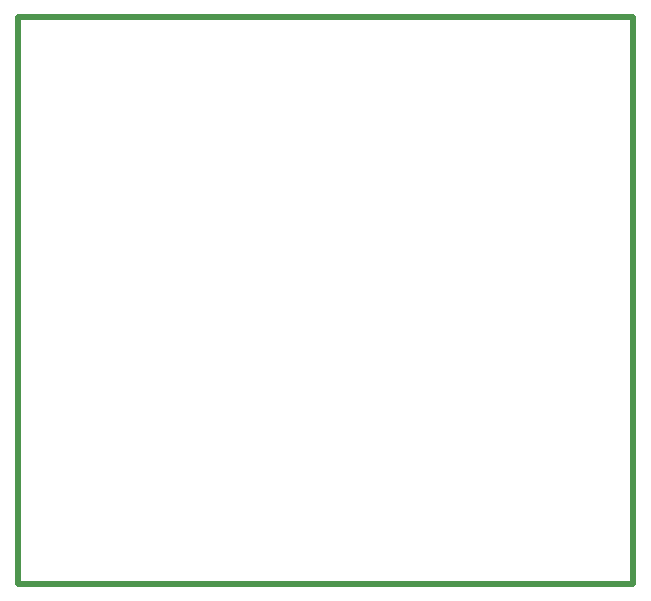
<source format=gko>
%FSLAX24Y24*%
%MOIN*%
G70*
G01*
G75*
G04 Layer_Color=16711935*
%ADD10C,0.0100*%
%ADD11C,0.0394*%
%ADD12C,0.0197*%
%ADD13C,0.0197*%
%ADD14R,0.0157X0.0236*%
%ADD15R,0.0236X0.0157*%
G04:AMPARAMS|DCode=16|XSize=33.5mil|YSize=17.7mil|CornerRadius=4.4mil|HoleSize=0mil|Usage=FLASHONLY|Rotation=270.000|XOffset=0mil|YOffset=0mil|HoleType=Round|Shape=RoundedRectangle|*
%AMROUNDEDRECTD16*
21,1,0.0335,0.0089,0,0,270.0*
21,1,0.0246,0.0177,0,0,270.0*
1,1,0.0089,-0.0044,-0.0123*
1,1,0.0089,-0.0044,0.0123*
1,1,0.0089,0.0044,0.0123*
1,1,0.0089,0.0044,-0.0123*
%
%ADD16ROUNDEDRECTD16*%
G04:AMPARAMS|DCode=17|XSize=63mil|YSize=98.4mil|CornerRadius=15.7mil|HoleSize=0mil|Usage=FLASHONLY|Rotation=270.000|XOffset=0mil|YOffset=0mil|HoleType=Round|Shape=RoundedRectangle|*
%AMROUNDEDRECTD17*
21,1,0.0630,0.0669,0,0,270.0*
21,1,0.0315,0.0984,0,0,270.0*
1,1,0.0315,-0.0335,-0.0157*
1,1,0.0315,-0.0335,0.0157*
1,1,0.0315,0.0335,0.0157*
1,1,0.0315,0.0335,-0.0157*
%
%ADD17ROUNDEDRECTD17*%
%ADD18R,0.0197X0.0315*%
%ADD19R,0.1024X0.0591*%
%ADD20R,0.0217X0.0098*%
%ADD21R,0.0138X0.0394*%
%ADD22R,0.1378X0.0394*%
%ADD23R,0.1339X0.0591*%
%ADD24R,0.0197X0.0354*%
%ADD25R,0.0354X0.0197*%
%ADD26R,0.0157X0.0532*%
%ADD27R,0.0748X0.0630*%
%ADD28R,0.0630X0.0551*%
%ADD29R,0.0354X0.0276*%
%ADD30R,0.0217X0.0394*%
%ADD31R,0.0157X0.0335*%
%ADD32O,0.0177X0.0532*%
%ADD33O,0.0217X0.0866*%
%ADD34R,0.0335X0.0157*%
%ADD35O,0.0276X0.0098*%
%ADD36O,0.0098X0.0276*%
%ADD37R,0.0118X0.0209*%
%ADD38R,0.0118X0.0193*%
%ADD39O,0.0315X0.0079*%
%ADD40O,0.0079X0.0315*%
%ADD41R,0.2598X0.2598*%
%ADD42R,0.2362X0.1890*%
%ADD43O,0.0315X0.0157*%
%ADD44O,0.0079X0.0295*%
%ADD45O,0.0295X0.0079*%
%ADD46R,0.1417X0.1417*%
%ADD47R,0.0217X0.0512*%
%ADD48R,0.0374X0.0335*%
%ADD49R,0.0453X0.0551*%
%ADD50C,0.0200*%
%ADD51C,0.0150*%
%ADD52C,0.0661*%
%ADD53C,0.0591*%
%ADD54C,0.0630*%
%ADD55C,0.1260*%
%ADD56C,0.0591*%
%ADD57C,0.0270*%
%ADD58C,0.0290*%
%ADD59C,0.0300*%
%ADD60C,0.0340*%
%ADD61R,0.0591X0.0236*%
%ADD62R,0.1299X0.1299*%
%ADD63O,0.0098X0.0315*%
%ADD64O,0.0315X0.0098*%
%ADD65R,0.0276X0.0354*%
%ADD66C,0.0098*%
%ADD67C,0.0157*%
%ADD68C,0.0039*%
%ADD69C,0.0050*%
%ADD70C,0.0079*%
%ADD71C,0.0047*%
%ADD72C,0.0060*%
%ADD73C,0.0040*%
%ADD74R,0.0551X0.0433*%
%ADD75R,0.0148X0.0177*%
%ADD76R,0.0217X0.0296*%
%ADD77R,0.0296X0.0217*%
G04:AMPARAMS|DCode=78|XSize=39.5mil|YSize=23.7mil|CornerRadius=7.4mil|HoleSize=0mil|Usage=FLASHONLY|Rotation=270.000|XOffset=0mil|YOffset=0mil|HoleType=Round|Shape=RoundedRectangle|*
%AMROUNDEDRECTD78*
21,1,0.0395,0.0089,0,0,270.0*
21,1,0.0246,0.0237,0,0,270.0*
1,1,0.0149,-0.0044,-0.0123*
1,1,0.0149,-0.0044,0.0123*
1,1,0.0149,0.0044,0.0123*
1,1,0.0149,0.0044,-0.0123*
%
%ADD78ROUNDEDRECTD78*%
G04:AMPARAMS|DCode=79|XSize=69mil|YSize=104.4mil|CornerRadius=18.7mil|HoleSize=0mil|Usage=FLASHONLY|Rotation=270.000|XOffset=0mil|YOffset=0mil|HoleType=Round|Shape=RoundedRectangle|*
%AMROUNDEDRECTD79*
21,1,0.0690,0.0669,0,0,270.0*
21,1,0.0315,0.1044,0,0,270.0*
1,1,0.0375,-0.0335,-0.0157*
1,1,0.0375,-0.0335,0.0157*
1,1,0.0375,0.0335,0.0157*
1,1,0.0375,0.0335,-0.0157*
%
%ADD79ROUNDEDRECTD79*%
%ADD80R,0.0257X0.0375*%
%ADD81R,0.1084X0.0651*%
%ADD82R,0.0277X0.0158*%
%ADD83R,0.0198X0.0454*%
%ADD84R,0.1438X0.0454*%
%ADD85R,0.1399X0.0651*%
%ADD86R,0.0257X0.0414*%
%ADD87R,0.0414X0.0257*%
%ADD88R,0.0236X0.0610*%
%ADD89R,0.0827X0.0709*%
%ADD90R,0.0709X0.0630*%
%ADD91R,0.0414X0.0336*%
%ADD92R,0.0277X0.0454*%
%ADD93R,0.0217X0.0395*%
%ADD94O,0.0237X0.0592*%
%ADD95O,0.0277X0.0926*%
%ADD96R,0.0395X0.0217*%
%ADD97O,0.0336X0.0158*%
%ADD98O,0.0158X0.0336*%
%ADD99R,0.0178X0.0269*%
%ADD100R,0.0178X0.0253*%
%ADD101O,0.0375X0.0139*%
%ADD102O,0.0139X0.0375*%
%ADD103R,0.2658X0.2658*%
%ADD104R,0.2422X0.1950*%
%ADD105O,0.0375X0.0217*%
%ADD106O,0.0139X0.0355*%
%ADD107O,0.0355X0.0139*%
%ADD108R,0.1477X0.1477*%
%ADD109R,0.0277X0.0572*%
%ADD110R,0.0434X0.0395*%
%ADD111R,0.0513X0.0611*%
%ADD112C,0.0721*%
%ADD113C,0.0651*%
%ADD114C,0.0690*%
%ADD115C,0.1320*%
%ADD116C,0.0651*%
%ADD117R,0.0651X0.0296*%
%ADD118R,0.1359X0.1359*%
%ADD119O,0.0158X0.0375*%
%ADD120O,0.0375X0.0158*%
%ADD121R,0.0336X0.0414*%
D13*
X38583Y14567D02*
X59055D01*
Y33465D01*
X38583D02*
X59055D01*
X38583Y14567D02*
Y33465D01*
M02*

</source>
